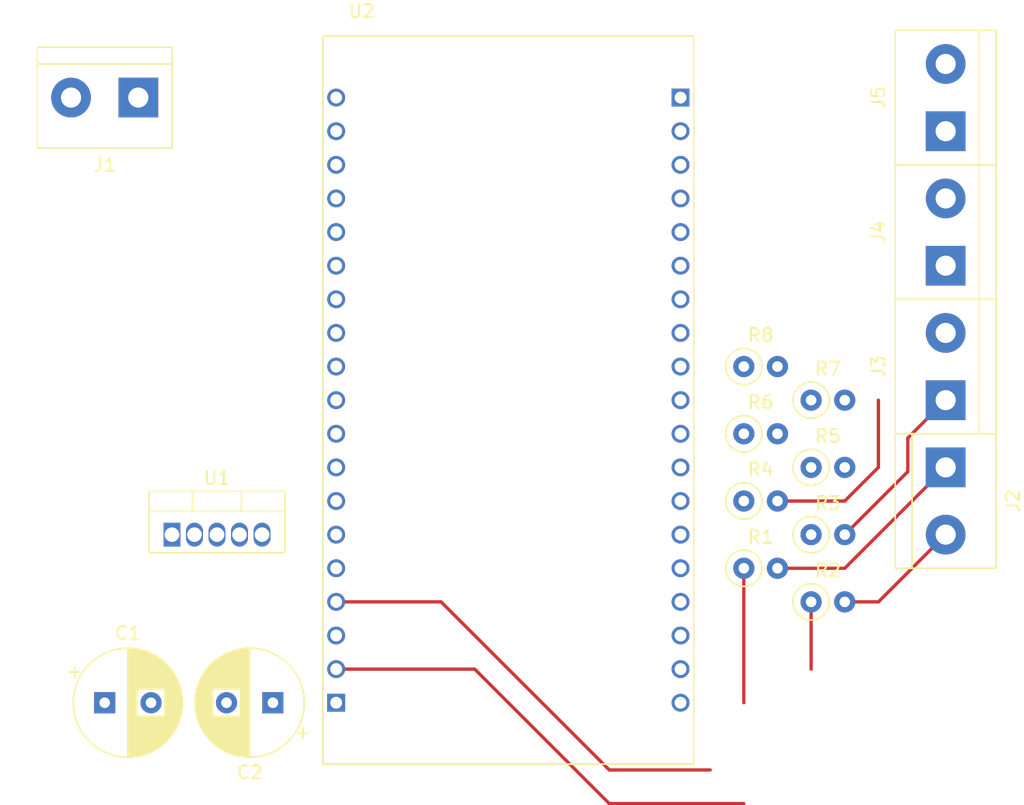
<source format=kicad_pcb>
(kicad_pcb (version 20211014) (generator pcbnew)
  (layers (0 "F.Cu" signal) (31 "B.Cu" signal) (34 "B.Paste" user) (35 "F.Paste" user) (36 "B.SilkS" user "B.Silkscreen") (37 "F.SilkS" user "F.Silkscreen") (38 "B.Mask" user) (39 "F.Mask" user) (44 "Edge.Cuts" user))
  (net 0 "")
  (net 1 "VSS")
  (net 2 "GND")
  (net 3 "VCC")
  (net 4 "Net-(J3-Pad1)")
  (net 5 "Net-(J3-Pad2)")
  (net 6 "Net-(J4-Pad1)")
  (net 7 "Net-(J4-Pad2)")
  (net 8 "Net-(J5-Pad1)")
  (net 9 "Net-(J5-Pad2)")
  (net 10 "Net-(R5-Pad1)")
  (net 11 "Net-(R6-Pad1)")
  (net 12 "Net-(R7-Pad1)")
  (net 13 "Net-(R8-Pad1)")
  (net 38 "Net-(U2-PadJ4_14)")
  (net 39 "Net-(J2-Pad2)")
  (net 40 "Net-(U2-PadJ5_4)")
  (net 41 "Net-(U2-PadJ5_2)")
  (net 43 "Net-(U2-PadJ4_13)")
  (net 46 "Net-(J2-Pad1)")
  (footprint "Capacitor_THT:CP_Radial_D8.0mm_P3.50mm" (layer "F.Cu") (at 172.72 114.3)
    (fp_text reference "C1" (at 1.75 -5.25) (layer "F.SilkS"))
    (fp_text value "100uF")
    (fp_line (start 3.671 1.04) (end 3.671 3.606) (layer "F.SilkS") (width 0.12))
    (fp_line (start 3.071 -3.863) (end 3.071 -1.04) (layer "F.SilkS") (width 0.12))
    (fp_line (start 2.591 1.04) (end 2.591 3.994) (layer "F.SilkS") (width 0.12))
    (fp_line (start 5.111 -2.345) (end 5.111 2.345) (layer "F.SilkS") (width 0.12))
    (fp_line (start 3.551 -3.666) (end 3.551 -1.04) (layer "F.SilkS") (width 0.12))
    (fp_line (start 1.83 -4.08) (end 1.83 4.08) (layer "F.SilkS") (width 0.12))
    (fp_line (start 5.831 -0.533) (end 5.831 0.533) (layer "F.SilkS") (width 0.12))
    (fp_line (start 3.151 1.04) (end 3.151 3.835) (layer "F.SilkS") (width 0.12))
    (fp_line (start 3.191 -3.821) (end 3.191 -1.04) (layer "F.SilkS") (width 0.12))
    (fp_line (start 5.431 -1.813) (end 5.431 1.813) (layer "F.SilkS") (width 0.12))
    (fp_line (start 4.311 1.04) (end 4.311 3.189) (layer "F.SilkS") (width 0.12))
    (fp_line (start 4.511 1.04) (end 4.511 3.019) (layer "F.SilkS") (width 0.12))
    (fp_line (start 3.431 1.04) (end 3.431 3.722) (layer "F.SilkS") (width 0.12))
    (fp_line (start 3.751 -3.562) (end 3.751 -1.04) (layer "F.SilkS") (width 0.12))
    (fp_line (start 5.791 -0.768) (end 5.791 0.768) (layer "F.SilkS") (width 0.12))
    (fp_line (start 4.991 -2.505) (end 4.991 2.505) (layer "F.SilkS") (width 0.12))
    (fp_line (start 4.671 -2.867) (end 4.671 2.867) (layer "F.SilkS") (width 0.12))
    (fp_line (start 4.431 1.04) (end 4.431 3.09) (layer "F.SilkS") (width 0.12))
    (fp_line (start 2.951 1.04) (end 2.951 3.902) (layer "F.SilkS") (width 0.12))
    (fp_line (start 2.911 1.04) (end 2.911 3.914) (layer "F.SilkS") (width 0.12))
    (fp_line (start 5.271 -2.102) (end 5.271 2.102) (layer "F.SilkS") (width 0.12))
    (fp_line (start 2.751 -3.957) (end 2.751 -1.04) (layer "F.SilkS") (width 0.12))
    (fp_line (start 2.791 1.04) (end 2.791 3.947) (layer "F.SilkS") (width 0.12))
    (fp_line (start 2.671 1.04) (end 2.671 3.976) (layer "F.SilkS") (width 0.12))
    (fp_line (start 2.31 -4.042) (end 2.31 4.042) (layer "F.SilkS") (width 0.12))
    (fp_line (start 4.351 -3.156) (end 4.351 -1.04) (layer "F.SilkS") (width 0.12))
    (fp_line (start 5.351 -1.964) (end 5.351 1.964) (layer "F.SilkS") (width 0.12))
    (fp_line (start 4.431 -3.09) (end 4.431 -1.04) (layer "F.SilkS") (width 0.12))
    (fp_line (start 3.271 -3.79) (end 3.271 -1.04) (layer "F.SilkS") (width 0.12))
    (fp_line (start 2.511 -4.01) (end 2.511 -1.04) (layer "F.SilkS") (width 0.12))
    (fp_line (start 2.871 1.04) (end 2.871 3.925) (layer "F.SilkS") (width 0.12))
    (fp_line (start 3.031 -3.877) (end 3.031 -1.04) (layer "F.SilkS") (width 0.12))
    (fp_line (start 4.911 -2.604) (end 4.911 2.604) (layer "F.SilkS") (width 0.12))
    (fp_line (start 3.631 -3.627) (end 3.631 -1.04) (layer "F.SilkS") (width 0.12))
    (fp_line (start 3.391 1.04) (end 3.391 3.74) (layer "F.SilkS") (width 0.12))
    (fp_line (start 2.27 -4.048) (end 2.27 4.048) (layer "F.SilkS") (width 0.12))
    (fp_line (start 3.711 1.04) (end 3.711 3.584) (layer "F.SilkS") (width 0.12))
    (fp_line (start 3.831 -3.517) (end 3.831 -1.04) (layer "F.SilkS") (width 0.12))
    (fp_line (start 4.191 1.04) (end 4.191 3.28) (layer "F.SilkS") (width 0.12))
    (fp_line (start 4.951 -2.556) (end 4.951 2.556) (layer "F.SilkS") (width 0.12))
    (fp_line (start 2.39 -4.03) (end 2.39 4.03) (layer "F.SilkS") (width 0.12))
    (fp_line (start 3.951 -3.444) (end 3.951 -1.04) (layer "F.SilkS") (width 0.12))
    (fp_line (start 3.311 1.04) (end 3.311 3.774) (layer "F.SilkS") (width 0.12))
    (fp_line (start 4.271 1.04) (end 4.271 3.22) (layer "F.SilkS") (width 0.12))
    (fp_line (start 2.03 -4.071) (end 2.03 4.071) (layer "F.SilkS") (width 0.12))
    (fp_line (start 4.591 -2.945) (end 4.591 2.945) (layer "F.SilkS") (width 0.12))
    (fp_line (start 4.871 -2.651) (end 4.871 2.651) (layer "F.SilkS") (width 0.12))
    (fp_line (start 5.031 -2.454) (end 5.031 2.454) (layer "F.SilkS") (width 0.12))
    (fp_line (start 3.231 -3.805) (end 3.231 -1.04) (layer "F.SilkS") (width 0.12))
    (fp_line (start 4.391 -3.124) (end 4.391 -1.04) (layer "F.SilkS") (width 0.12))
    (fp_line (start 2.791 -3.947) (end 2.791 -1.04) (layer "F.SilkS") (width 0.12))
    (fp_line (start 2.671 -3.976) (end 2.671 -1.04) (layer "F.SilkS") (width 0.12))
    (fp_line (start 4.511 -3.019) (end 4.511 -1.04) (layer "F.SilkS") (width 0.12))
    (fp_line (start 4.151 1.04) (end 4.151 3.309) (layer "F.SilkS") (width 0.12))
    (fp_line (start 2.471 -4.017) (end 2.471 -1.04) (layer "F.SilkS") (width 0.12))
    (fp_line (start 3.591 -3.647) (end 3.591 -1.04) (layer "F.SilkS") (width 0.12))
    (fp_line (start 3.711 -3.584) (end 3.711 -1.04) (layer "F.SilkS") (width 0.12))
    (fp_line (start 4.471 -3.055) (end 4.471 -1.04) (layer "F.SilkS") (width 0.12))
    (fp_line (start 3.791 1.04) (end 3.791 3.54) (layer "F.SilkS") (width 0.12))
    (fp_line (start 1.91 -4.077) (end 1.91 4.077) (layer "F.SilkS") (width 0.12))
    (fp_line (start 2.951 -3.902) (end 2.951 -1.04) (layer "F.SilkS") (width 0.12))
    (fp_line (start 2.551 1.04) (end 2.551 4.002) (layer "F.SilkS") (width 0.12))
    (fp_line (start 3.351 -3.757) (end 3.351 -1.04) (layer "F.SilkS") (width 0.12))
    (fp_line (start 2.35 -4.037) (end 2.35 4.037) (layer "F.SilkS") (width 0.12))
    (fp_line (start 5.071 -2.4) (end 5.071 2.4) (layer "F.SilkS") (width 0.12))
    (fp_line (start 3.351 1.04) (end 3.351 3.757) (layer "F.SilkS") (width 0.12))
    (fp_line (start 4.071 -3.365) (end 4.071 -1.04) (layer "F.SilkS") (width 0.12))
    (fp_line (start 3.511 -3.686) (end 3.511 -1.04) (layer "F.SilkS") (width 0.12))
    (fp_line (start 4.711 -2.826) (end 4.711 2.826) (layer "F.SilkS") (width 0.12))
    (fp_line (start 2.991 1.04) (end 2.991 3.889) (layer "F.SilkS") (width 0.12))
    (fp_line (start 4.551 -2.983) (end 4.551 2.983) (layer "F.SilkS") (width 0.12))
    (fp_line (start 3.911 1.04) (end 3.911 3.469) (layer "F.SilkS") (width 0.12))
    (fp_line (start 5.711 -1.098) (end 5.711 1.098) (layer "F.SilkS") (width 0.12))
    (fp_line (start 5.551 -1.552) (end 5.551 1.552) (layer "F.SilkS") (width 0.12))
    (fp_line (start 3.111 -3.85) (end 3.111 -1.04) (layer "F.SilkS") (width 0.12))
    (fp_line (start 3.271 1.04) (end 3.271 3.79) (layer "F.SilkS") (width 0.12))
    (fp_line (start 5.511 -1.645) (end 5.511 1.645) (layer "F.SilkS") (width 0.12))
    (fp_line (start 3.911 -3.469) (end 3.911 -1.04) (layer "F.SilkS") (width 0.12))
    (fp_line (start 5.311 -2.034) (end 5.311 2.034) (layer "F.SilkS") (width 0.12))
    (fp_line (start 3.151 -3.835) (end 3.151 -1.04) (layer "F.SilkS") (width 0.12))
    (fp_line (start 3.871 -3.493) (end 3.871 -1.04) (layer "F.SilkS") (width 0.12))
    (fp_line (start 3.591 1.04) (end 3.591 3.647) (layer "F.SilkS") (width 0.12))
    (fp_line (start 4.151 -3.309) (end 4.151 -1.04) (layer "F.SilkS") (width 0.12))
    (fp_line (start 4.791 -2.741) (end 4.791 2.741) (layer "F.SilkS") (width 0.12))
    (fp_line (start 3.391 -3.74) (end 3.391 -1.04) (layer "F.SilkS") (width 0.12))
    (fp_line (start 2.871 -3.925) (end 2.871 -1.04) (layer "F.SilkS") (width 0.12))
    (fp_line (start 5.471 -1.731) (end 5.471 1.731) (layer "F.SilkS") (width 0.12))
    (fp_line (start 2.631 -3.985) (end 2.631 -1.04) (layer "F.SilkS") (width 0.12))
    (fp_line (start 3.511 1.04) (end 3.511 3.686) (layer "F.SilkS") (width 0.12))
    (fp_line (start 3.871 1.04) (end 3.871 3.493) (layer "F.SilkS") (width 0.12))
    (fp_line (start 2.19 -4.057) (end 2.19 4.057) (layer "F.SilkS") (width 0.12))
    (fp_line (start 3.991 -3.418) (end 3.991 -1.04) (layer "F.SilkS") (width 0.12))
    (fp_line (start 5.391 -1.89) (end 5.391 1.89) (layer "F.SilkS") (width 0.12))
    (fp_line (start -2.259698 -2.715) (end -2.259698 -1.915) (layer "F.SilkS") (width 0.12))
    (fp_line (start 4.111 1.04) (end 4.111 3.338) (layer "F.SilkS") (width 0.12))
    (fp_line (start 2.631 1.04) (end 2.631 3.985) (layer "F.SilkS") (width 0.12))
    (fp_line (start 5.671 -1.229) (end 5.671 1.229) (layer "F.SilkS") (width 0.12))
    (fp_line (start 2.07 -4.068) (end 2.07 4.068) (layer "F.SilkS") (width 0.12))
    (fp_line (start 3.991 1.04) (end 3.991 3.418) (layer "F.SilkS") (width 0.12))
    (fp_line (start 3.671 -3.606) (end 3.671 -1.04) (layer "F.SilkS") (width 0.12))
    (fp_line (start 4.311 -3.189) (end 4.311 -1.04) (layer "F.SilkS") (width 0.12))
    (fp_line (start 5.631 -1.346) (end 5.631 1.346) (layer "F.SilkS") (width 0.12))
    (fp_line (start 4.111 -3.338) (end 4.111 -1.04) (layer "F.SilkS") (width 0.12))
    (fp_line (start 2.15 -4.061) (end 2.15 4.061) (layer "F.SilkS") (width 0.12))
    (fp_line (start 3.751 1.04) (end 3.751 3.562) (layer "F.SilkS") (width 0.12))
    (fp_line (start 1.79 -4.08) (end 1.79 4.08) (layer "F.SilkS") (width 0.12))
    (fp_line (start 2.911 -3.914) (end 2.911 -1.04) (layer "F.SilkS") (width 0.12))
    (fp_line (start 4.191 -3.28) (end 4.191 -1.04) (layer "F.SilkS") (width 0.12))
    (fp_line (start 3.831 1.04) (end 3.831 3.517) (layer "F.SilkS") (width 0.12))
    (fp_line (start 2.11 -4.065) (end 2.11 4.065) (layer "F.SilkS") (width 0.12))
    (fp_line (start 3.631 1.04) (end 3.631 3.627) (layer "F.SilkS") (width 0.12))
    (fp_line (start 2.711 -3.967) (end 2.711 -1.04) (layer "F.SilkS") (width 0.12))
    (fp_line (start 4.751 -2.784) (end 4.751 2.784) (layer "F.SilkS") (width 0.12))
    (fp_line (start 3.231 1.04) (end 3.231 3.805) (layer "F.SilkS") (width 0.12))
    (fp_line (start 1.75 -4.08) (end 1.75 4.08) (layer "F.SilkS") (width 0.12))
    (fp_line (start 5.231 -2.166) (end 5.231 2.166) (layer "F.SilkS") (width 0.12))
    (fp_line (start 4.231 1.04) (end 4.231 3.25) (layer "F.SilkS") (width 0.12))
    (fp_line (start 3.471 1.04) (end 3.471 3.704) (layer "F.SilkS") (width 0.12))
    (fp_line (start 3.311 -3.774) (end 3.311 -1.04) (layer "F.SilkS") (width 0.12))
    (fp_line (start 1.99 -4.074) (end 1.99 4.074) (layer "F.SilkS") (width 0.12))
    (fp_line (start 4.231 -3.25) (end 4.231 -1.04) (layer "F.SilkS") (width 0.12))
    (fp_line (start 5.191 -2.228) (end 5.191 2.228) (layer "F.SilkS") (width 0.12))
    (fp_line (start 2.831 -3.936) (end 2.831 -1.04) (layer "F.SilkS") (width 0.12))
    (fp_line (start 3.111 1.04) (end 3.111 3.85) (layer "F.SilkS") (width 0.12))
    (fp_line (start 3.551 1.04) (end 3.551 3.666) (layer "F.SilkS") (width 0.12))
    (fp_line (start 5.151 -2.287) (end 5.151 2.287) (layer "F.SilkS") (width 0.12))
    (fp_line (start 2.711 1.04) (end 2.711 3.967) (layer "F.SilkS") (width 0.12))
    (fp_line (start 3.951 1.04) (end 3.951 3.444) (layer "F.SilkS") (width 0.12))
    (fp_line (start 3.071 1.04) (end 3.071 3.863) (layer "F.SilkS") (width 0.12))
    (fp_line (start 1.95 -4.076) (end 1.95 4.076) (layer "F.SilkS") (width 0.12))
    (fp_line (start 5.751 -0.948) (end 5.751 0.948) (layer "F.SilkS") (width 0.12))
    (fp_line (start -2.659698 -2.315) (end -1.859698 -2.315) (layer "F.SilkS") (width 0.12))
    (fp_line (start 3.471 -3.704) (end 3.471 -1.04) (layer "F.SilkS") (width 0.12))
    (fp_line (start 4.831 -2.697) (end 4.831 2.697) (layer "F.SilkS") (width 0.12))
    (fp_line (start 2.591 -3.994) (end 2.591 -1.04) (layer "F.SilkS") (width 0.12))
    (fp_line (start 2.551 -4.002) (end 2.551 -1.04) (layer "F.SilkS") (width 0.12))
    (fp_line (start 4.271 -3.22) (end 4.271 -1.04) (layer "F.SilkS") (width 0.12))
    (fp_line (start 4.471 1.04) (end 4.471 3.055) (layer "F.SilkS") (width 0.12))
    (fp_line (start 5.591 -1.453) (end 5.591 1.453) (layer "F.SilkS") (width 0.12))
    (fp_line (start 4.071 1.04) (end 4.071 3.365) (layer "F.SilkS") (width 0.12))
    (fp_line (start 4.031 -3.392) (end 4.031 -1.04) (layer "F.SilkS") (width 0.12))
    (fp_line (start 4.351 1.04) (end 4.351 3.156) (layer "F.SilkS") (width 0.12))
    (fp_line (start 4.391 1.04) (end 4.391 3.124) (layer "F.SilkS") (width 0.12))
    (fp_line (start 2.831 1.04) (end 2.831 3.936) (layer "F.SilkS") (width 0.12))
    (fp_line (start 3.191 1.04) (end 3.191 3.821) (layer "F.SilkS") (width 0.12))
    (fp_line (start 3.791 -3.54) (end 3.791 -1.04) (layer "F.SilkS") (width 0.12))
    (fp_line (start 3.031 1.04) (end 3.031 3.877) (layer "F.SilkS") (width 0.12))
    (fp_line (start 2.511 1.04) (end 2.511 4.01) (layer "F.SilkS") (width 0.12))
    (fp_line (start 2.471 1.04) (end 2.471 4.017) (layer "F.SilkS") (width 0.12))
    (fp_line (start 2.751 1.04) (end 2.751 3.957) (layer "F.SilkS") (width 0.12))
    (fp_line (start 4.031 1.04) (end 4.031 3.392) (layer "F.SilkS") (width 0.12))
    (fp_line (start 2.23 -4.052) (end 2.23 4.052) (layer "F.SilkS") (width 0.12))
    (fp_line (start 3.431 -3.722) (end 3.431 -1.04) (layer "F.SilkS") (width 0.12))
    (fp_line (start 2.991 -3.889) (end 2.991 -1.04) (layer "F.SilkS") (width 0.12))
    (fp_line (start 1.87 -4.079) (end 1.87 4.079) (layer "F.SilkS") (width 0.12))
    (fp_line (start 2.43 -4.024) (end 2.43 4.024) (layer "F.SilkS") (width 0.12))
    (fp_line (start 4.631 -2.907) (end 4.631 2.907) (layer "F.SilkS") (width 0.12))
    (fp_circle (center 1.75 0) (end 5.87 0) (layer "F.SilkS") (width 0.12) (fill none))
    (pad "1" thru_hole rect (at 0 0) (size 1.6 1.6) (drill 0.8) (layers *.Cu *.Mask) (net 1 "VSS"))
    (pad "2" thru_hole circle (at 3.5 0) (size 1.6 1.6) (drill 0.8) (layers *.Cu *.Mask) (net 2 "GND"))
  )
  (footprint "Resistor_THT:R_Axial_DIN0207_L6.3mm_D2.5mm_P2.54mm_Vertical" (layer "F.Cu") (at 226.06 96.52)
    (fp_text reference "R5" (at 1.27 -2.37) (layer "F.SilkS"))
    (fp_text value "270")
    (fp_line (start 1.37 0) (end 1.44 0) (layer "F.SilkS") (width 0.12))
    (fp_circle (center 0 0) (end 1.37 0) (layer "F.SilkS") (width 0.12) (fill none))
    (pad "1" thru_hole circle (at 0 0) (size 1.6 1.6) (drill 0.8) (layers *.Cu *.Mask) (net 10 "Net-(R5-Pad1)"))
    (pad "2" thru_hole oval (at 2.54 0) (size 1.6 1.6) (drill 0.8) (layers *.Cu *.Mask) (net 6 "Net-(J4-Pad1)"))
  )
  (footprint "Resistor_THT:R_Axial_DIN0207_L6.3mm_D2.5mm_P2.54mm_Vertical" (layer "F.Cu") (at 220.98 88.9)
    (fp_text reference "R8" (at 1.27 -2.37) (layer "F.SilkS"))
    (fp_text value "270")
    (fp_line (start 1.37 0) (end 1.44 0) (layer "F.SilkS") (width 0.12))
    (fp_circle (center 0 0) (end 1.37 0) (layer "F.SilkS") (width 0.12) (fill none))
    (pad "1" thru_hole circle (at 0 0) (size 1.6 1.6) (drill 0.8) (layers *.Cu *.Mask) (net 13 "Net-(R8-Pad1)"))
    (pad "2" thru_hole oval (at 2.54 0) (size 1.6 1.6) (drill 0.8) (layers *.Cu *.Mask) (net 9 "Net-(J5-Pad2)"))
  )
  (footprint "TerminalBlock:TerminalBlock_bornier-2_P5.08mm" (layer "F.Cu") (at 236.22 91.44 90)
    (fp_text reference "J3" (at 2.54 -5.08 90) (layer "F.SilkS"))
    (fp_text value "ST-01")
    (fp_line (start 7.62 -3.81) (end -2.54 -3.81) (layer "F.SilkS") (width 0.12))
    (fp_line (start 7.62 2.54) (end -2.54 2.54) (layer "F.SilkS") (width 0.12))
    (fp_line (start -2.54 3.81) (end 7.62 3.81) (layer "F.SilkS") (width 0.12))
    (fp_line (start 7.62 3.81) (end 7.62 -3.81) (layer "F.SilkS") (width 0.12))
    (fp_line (start -2.54 -3.81) (end -2.54 3.81) (layer "F.SilkS") (width 0.12))
    (pad "1" thru_hole rect (at 0 0 90) (size 3 3) (drill 1.52) (layers *.Cu *.Mask) (net 4 "Net-(J3-Pad1)"))
    (pad "2" thru_hole circle (at 5.08 0 90) (size 3 3) (drill 1.52) (layers *.Cu *.Mask) (net 5 "Net-(J3-Pad2)"))
  )
  (footprint "TerminalBlock:TerminalBlock_bornier-2_P5.08mm" (layer "F.Cu") (at 236.22 71.12 90)
    (fp_text reference "J5" (at 2.54 -5.08 90) (layer "F.SilkS"))
    (fp_text value "ST-03")
    (fp_line (start -2.54 3.81) (end 7.62 3.81) (layer "F.SilkS") (width 0.12))
    (fp_line (start 7.62 3.81) (end 7.62 -3.81) (layer "F.SilkS") (width 0.12))
    (fp_line (start -2.54 -3.81) (end -2.54 3.81) (layer "F.SilkS") (width 0.12))
    (fp_line (start 7.62 -3.81) (end -2.54 -3.81) (layer "F.SilkS") (width 0.12))
    (fp_line (start 7.62 2.54) (end -2.54 2.54) (layer "F.SilkS") (width 0.12))
    (pad "1" thru_hole rect (at 0 0 90) (size 3 3) (drill 1.52) (layers *.Cu *.Mask) (net 8 "Net-(J5-Pad1)"))
    (pad "2" thru_hole circle (at 5.08 0 90) (size 3 3) (drill 1.52) (layers *.Cu *.Mask) (net 9 "Net-(J5-Pad2)"))
  )
  (footprint "Package_TO_SOT_THT:TO-220-5_Vertical" (layer "F.Cu") (at 177.8 101.6)
    (fp_text reference "U1" (at 3.4 -4.27) (layer "F.SilkS"))
    (fp_text value "LM2576HVT-5")
    (fp_line (start 1.55 -3.27) (end 1.55 -1.76) (layer "F.SilkS") (width 0.12))
    (fp_line (start -1.721 1.371) (end 8.52 1.371) (layer "F.SilkS") (width 0.12))
    (fp_line (start 5.25 -3.27) (end 5.25 -1.76) (layer "F.SilkS") (width 0.12))
    (fp_line (start -1.721 -1.76) (end 8.52 -1.76) (layer "F.SilkS") (width 0.12))
    (fp_line (start -1.721 -3.27) (end -1.721 1.371) (layer "F.SilkS") (width 0.12))
    (fp_line (start 8.52 -3.27) (end 8.52 1.371) (layer "F.SilkS") (width 0.12))
    (fp_line (start -1.721 -3.27) (end 8.52 -3.27) (layer "F.SilkS") (width 0.12))
    (pad "1" thru_hole rect (at 0 0) (size 1.275 1.8) (drill 1.1) (layers *.Cu *.Mask) (net 1 "VSS"))
    (pad "2" thru_hole oval (at 1.7 0) (size 1.275 1.8) (drill 1.1) (layers *.Cu *.Mask) (net 3 "VCC"))
    (pad "3" thru_hole oval (at 3.4 0) (size 1.275 1.8) (drill 1.1) (layers *.Cu *.Mask) (net 2 "GND"))
    (pad "4" thru_hole oval (at 5.1 0) (size 1.275 1.8) (drill 1.1) (layers *.Cu *.Mask))
    (pad "5" thru_hole oval (at 6.8 0) (size 1.275 1.8) (drill 1.1) (layers *.Cu *.Mask) (net 2 "GND"))
  )
  (footprint "TerminalBlock:TerminalBlock_bornier-2_P5.08mm" (layer "F.Cu") (at 236.22 96.52 -90)
    (fp_text reference "J2" (at 2.54 -5.08 -90) (layer "F.SilkS"))
    (fp_text value "ST-00")
    (fp_line (start -2.54 -3.81) (end -2.54 3.81) (layer "F.SilkS") (width 0.12))
    (fp_line (start 7.62 -3.81) (end -2.54 -3.81) (layer "F.SilkS") (width 0.12))
    (fp_line (start 7.62 3.81) (end 7.62 -3.81) (layer "F.SilkS") (width 0.12))
    (fp_line (start -2.54 3.81) (end 7.62 3.81) (layer "F.SilkS") (width 0.12))
    (fp_line (start 7.62 2.54) (end -2.54 2.54) (layer "F.SilkS") (width 0.12))
    (pad "1" thru_hole rect (at 0 0 270) (size 3 3) (drill 1.52) (layers *.Cu *.Mask) (net 46 "Net-(J2-Pad1)"))
    (pad "2" thru_hole circle (at 5.08 0 270) (size 3 3) (drill 1.52) (layers *.Cu *.Mask) (net 39 "Net-(J2-Pad2)"))
  )
  (footprint "Resistor_THT:R_Axial_DIN0207_L6.3mm_D2.5mm_P2.54mm_Vertical" (layer "F.Cu") (at 220.98 99.06)
    (fp_text reference "R4" (at 1.27 -2.37) (layer "F.SilkS"))
    (fp_text value "270")
    (fp_line (start 1.37 0) (end 1.44 0) (layer "F.SilkS") (width 0.12))
    (fp_circle (center 0 0) (end 1.37 0) (layer "F.SilkS") (width 0.12) (fill none))
    (pad "1" thru_hole circle (at 0 0) (size 1.6 1.6) (drill 0.8) (layers *.Cu *.Mask) (net 43 "Net-(U2-PadJ4_13)"))
    (pad "2" thru_hole oval (at 2.54 0) (size 1.6 1.6) (drill 0.8) (layers *.Cu *.Mask) (net 5 "Net-(J3-Pad2)"))
  )
  (footprint "Resistor_THT:R_Axial_DIN0207_L6.3mm_D2.5mm_P2.54mm_Vertical" (layer "F.Cu") (at 226.06 101.6)
    (fp_text reference "R3" (at 1.27 -2.37) (layer "F.SilkS"))
    (fp_text value "270")
    (fp_line (start 1.37 0) (end 1.44 0) (layer "F.SilkS") (width 0.12))
    (fp_circle (center 0 0) (end 1.37 0) (layer "F.SilkS") (width 0.12) (fill none))
    (pad "1" thru_hole circle (at 0 0) (size 1.6 1.6) (drill 0.8) (layers *.Cu *.Mask) (net 38 "Net-(U2-PadJ4_14)"))
    (pad "2" thru_hole oval (at 2.54 0) (size 1.6 1.6) (drill 0.8) (layers *.Cu *.Mask) (net 4 "Net-(J3-Pad1)"))
  )
  (footprint "Esp32NodeMCU:MODULE_ESP32_NODEMCU" (layer "F.Cu") (at 203.2 91.44)
    (fp_text reference "U2" (at -11.075 -29.385) (layer "F.SilkS"))
    (fp_text value "ESP32_NODEMCU")
    (fp_line (start -14 -27.5) (end 14 -27.5) (layer "F.SilkS") (width 0.127))
    (fp_line (start -14 27.5) (end 14 27.5) (layer "F.SilkS") (width 0.127))
    (fp_line (start 14 -27.5) (end 14 27.5) (layer "F.SilkS") (width 0.127))
    (fp_line (start -14 -27.5) (end -14 27.5) (layer "F.SilkS") (width 0.127))
    (pad "" np_thru_hole circle locked (at -12.5 -26) (size 2.25 2.25) (drill 2.25) (layers *.Cu *.Mask))
    (pad "" np_thru_hole circle locked (at -12.5 26) (size 2.25 2.25) (drill 2.25) (layers *.Cu *.Mask))
    (pad "" np_thru_hole circle locked (at 12.5 -26) (size 2.25 2.25) (drill 2.25) (layers *.Cu *.Mask))
    (pad "" np_thru_hole circle locked (at 12.5 26) (size 2.25 2.25) (drill 2.25) (layers *.Cu *.Mask))
    (pad "J4_1" thru_hole rect locked (at 13 -22.86) (size 1.35 1.35) (drill 0.9) (layers *.Cu *.Mask) (net 2 "GND"))
    (pad "J4_2" thru_hole circle locked (at 13 -20.32) (size 1.35 1.35) (drill 0.9) (layers *.Cu *.Mask))
    (pad "J4_3" thru_hole circle locked (at 13 -17.78) (size 1.35 1.35) (drill 0.9) (layers *.Cu *.Mask))
    (pad "J4_4" thru_hole circle locked (at 13 -15.24) (size 1.35 1.35) (drill 0.9) (layers *.Cu *.Mask))
    (pad "J4_5" thru_hole circle locked (at 13 -12.7) (size 1.35 1.35) (drill 0.9) (layers *.Cu *.Mask))
    (pad "J4_6" thru_hole circle locked (at 13 -10.16) (size 1.35 1.35) (drill 0.9) (layers *.Cu *.Mask))
    (pad "J4_7" thru_hole circle locked (at 13 -7.62) (size 1.35 1.35) (drill 0.9) (layers *.Cu *.Mask) (net 2 "GND"))
    (pad "J4_8" thru_hole circle locked (at 13 -5.08) (size 1.35 1.35) (drill 0.9) (layers *.Cu *.Mask) (net 13 "Net-(R8-Pad1)"))
    (pad "J4_9" thru_hole circle locked (at 13 -2.54) (size 1.35 1.35) (drill 0.9) (layers *.Cu *.Mask) (net 12 "Net-(R7-Pad1)"))
    (pad "J4_10" thru_hole circle locked (at 13 0) (size 1.35 1.35) (drill 0.9) (layers *.Cu *.Mask))
    (pad "J4_11" thru_hole circle locked (at 13 2.54) (size 1.35 1.35) (drill 0.9) (layers *.Cu *.Mask) (net 11 "Net-(R6-Pad1)"))
    (pad "J4_12" thru_hole circle locked (at 13 5.08) (size 1.35 1.35) (drill 0.9) (layers *.Cu *.Mask) (net 10 "Net-(R5-Pad1)"))
    (pad "J4_13" thru_hole circle locked (at 13 7.62) (size 1.35 1.35) (drill 0.9) (layers *.Cu *.Mask) (net 43 "Net-(U2-PadJ4_13)"))
    (pad "J4_14" thru_hole circle locked (at 13 10.16) (size 1.35 1.35) (drill 0.9) (layers *.Cu *.Mask) (net 38 "Net-(U2-PadJ4_14)"))
    (pad "J4_15" thru_hole circle locked (at 13 12.7) (size 1.35 1.35) (drill 0.9) (layers *.Cu *.Mask))
    (pad "J4_16" thru_hole circle locked (at 13 15.24) (size 1.35 1.35) (drill 0.9) (layers *.Cu *.Mask))
    (pad "J4_17" thru_hole circle locked (at 13 17.78) (size 1.35 1.35) (drill 0.9) (layers *.Cu *.Mask))
    (pad "J4_18" thru_hole circle locked (at 13 20.32) (size 1.35 1.35) (drill 0.9) (layers *.Cu *.Mask))
    (pad "J4_19" thru_hole circle locked (at 13 22.86) (size 1.35 1.35) (drill 0.9) (layers *.Cu *.Mask))
    (pad "J5_1" thru_hole rect locked (at -13 22.86) (size 1.35 1.35) (drill 0.9) (layers *.Cu *.Mask) (net 3 "VCC"))
    (pad "J5_2" thru_hole circle locked (at -13 20.32) (size 1.35 1.35) (drill 0.9) (layers *.Cu *.Mask) (net 41 "Net-(U2-PadJ5_2)"))
    (pad "J5_3" thru_hole circle locked (at -13 17.78) (size 1.35 1.35) (drill 0.9) (layers *.Cu *.Mask))
    (pad "J5_4" thru_hole circle locked (at -13 15.24) (size 1.35 1.35) (drill 0.9) (layers *.Cu *.Mask) (net 40 "Net-(U2-PadJ5_4)"))
    (pad "J5_5" thru_hole circle locked (at -13 12.7) (size 1.35 1.35) (drill 0.9) (layers *.Cu *.Mask))
    (pad "J5_6" thru_hole circle locked (at -13 10.16) (size 1.35 1.35) (drill 0.9) (layers *.Cu *.Mask) (net 2 "GND"))
    (pad "J5_7" thru_hole circle locked (at -13 7.62) (size 1.35 1.35) (drill 0.9) (layers *.Cu *.Mask))
    (pad "J5_8" thru_hole circle locked (at -13 5.08) (size 1.35 1.35) (drill 0.9) (layers *.Cu *.Mask))
    (pad "J5_9" thru_hole circle locked (at -13 2.54) (size 1.35 1.35) (drill 0.9) (layers *.Cu *.Mask))
    (pad "J5_10" thru_hole circle locked (at -13 0) (size 1.35 1.35) (drill 0.9) (layers *.Cu *.Mask))
    (pad "J5_11" thru_hole circle locked (at -13 -2.54) (size 1.35 1.35) (drill 0.9) (layers *.Cu *.Mask))
    (pad "J5_12" thru_hole circle locked (at -13 -5.08) (size 1.35 1.35) (drill 0.9) (layers *.Cu *.Mask))
    (pad "J5_13" thru_hole circle locked (at -13 -7.62) (size 1.35 1.35) (drill 0.9) (layers *.Cu *.Mask))
    (pad "J5_14" thru_hole circle locked (at -13 -10.16) (size 1.35 1.35) (drill 0.9) (layers *.Cu *.Mask))
    (pad "J5_15" thru_hole circle locked (at -13 -12.7) (size 1.35 1.35) (drill 0.9) (layers *.Cu *.Mask))
    (pad "J5_16" thru_hole circle locked (at -13 -15.24) (size 1.35 1.35) (drill 0.9) (layers *.Cu *.Mask))
    (pad "J5_17" thru_hole circle locked (at -13 -17.78) (size 1.35 1.35) (drill 0.9) (layers *.Cu *.Mask))
    (pad "J5_18" thru_hole circle locked (at -13 -20.32) (size 1.35 1.35) (drill 0.9) (layers *.Cu *.Mask))
    (pad "J5_19" thru_hole circle locked (at -13 -22.86) (size 1.35 1.35) (drill 0.9) (layers *.Cu *.Mask))
  )
  (footprint "Resistor_THT:R_Axial_DIN0207_L6.3mm_D2.5mm_P2.54mm_Vertical" (layer "F.Cu") (at 220.98 104.14)
    (fp_text reference "R1" (at 1.27 -2.37) (layer "F.SilkS"))
    (fp_text value "270")
    (fp_line (start 1.37 0) (end 1.44 0) (layer "F.SilkS") (width 0.12))
    (fp_circle (center 0 0) (end 1.37 0) (layer "F.SilkS") (width 0.12) (fill none))
    (pad "1" thru_hole circle (at 0 0) (size 1.6 1.6) (drill 0.8) (layers *.Cu *.Mask) (net 40 "Net-(U2-PadJ5_4)"))
    (pad "2" thru_hole oval (at 2.54 0) (size 1.6 1.6) (drill 0.8) (layers *.Cu *.Mask) (net 46 "Net-(J2-Pad1)"))
  )
  (footprint "Capacitor_THT:CP_Radial_D8.0mm_P3.50mm" (layer "F.Cu") (at 185.42 114.3 180)
    (fp_text reference "C2" (at 1.75 -5.25) (layer "F.SilkS"))
    (fp_text value "1000uF")
    (fp_line (start 2.03 -4.071) (end 2.03 4.071) (layer "F.SilkS") (width 0.12))
    (fp_line (start 3.551 1.04) (end 3.551 3.666) (layer "F.SilkS") (width 0.12))
    (fp_line (start 1.99 -4.074) (end 1.99 4.074) (layer "F.SilkS") (width 0.12))
    (fp_line (start 5.031 -2.454) (end 5.031 2.454) (layer "F.SilkS") (width 0.12))
    (fp_line (start 2.671 1.04) (end 2.671 3.976) (layer "F.SilkS") (width 0.12))
    (fp_line (start 4.351 1.04) (end 4.351 3.156) (layer "F.SilkS") (width 0.12))
    (fp_line (start 4.471 -3.055) (end 4.471 -1.04) (layer "F.SilkS") (width 0.12))
    (fp_line (start 3.191 1.04) (end 3.191 3.821) (layer "F.SilkS") (width 0.12))
    (fp_line (start 1.79 -4.08) (end 1.79 4.08) (layer "F.SilkS") (width 0.12))
    (fp_line (start 3.311 1.04) (end 3.311 3.774) (layer "F.SilkS") (width 0.12))
    (fp_line (start 5.351 -1.964) (end 5.351 1.964) (layer "F.SilkS") (width 0.12))
    (fp_line (start 2.791 -3.947) (end 2.791 -1.04) (layer "F.SilkS") (width 0.12))
    (fp_line (start 2.751 -3.957) (end 2.751 -1.04) (layer "F.SilkS") (width 0.12))
    (fp_line (start 3.551 -3.666) (end 3.551 -1.04) (layer "F.SilkS") (width 0.12))
    (fp_line (start 3.991 -3.418) (end 3.991 -1.04) (layer "F.SilkS") (width 0.12))
    (fp_line (start 3.911 1.04) (end 3.911 3.469) (layer "F.SilkS") (width 0.12))
    (fp_line (start 2.551 1.04) (end 2.551 4.002) (layer "F.SilkS") (width 0.12))
    (fp_line (start 4.471 1.04) (end 4.471 3.055) (layer "F.SilkS") (width 0.12))
    (fp_line (start 3.711 -3.584) (end 3.711 -1.04) (layer "F.SilkS") (width 0.12))
    (fp_line (start 5.151 -2.287) (end 5.151 2.287) (layer "F.SilkS") (width 0.12))
    (fp_line (start 3.511 1.04) (end 3.511 3.686) (layer "F.SilkS") (width 0.12))
    (fp_line (start 5.791 -0.768) (end 5.791 0.768) (layer "F.SilkS") (width 0.12))
    (fp_line (start 3.151 1.04) (end 3.151 3.835) (layer "F.SilkS") (width 0.12))
    (fp_line (start 1.83 -4.08) (end 1.83 4.08) (layer "F.SilkS") (width 0.12))
    (fp_line (start 5.311 -2.034) (end 5.311 2.034) (layer "F.SilkS") (width 0.12))
    (fp_line (start 4.271 -3.22) (end 4.271 -1.04) (layer "F.SilkS") (width 0.12))
    (fp_line (start 4.391 1.04) (end 4.391 3.124) (layer "F.SilkS") (width 0.12))
    (fp_line (start 3.151 -3.835) (end 3.151 -1.04) (layer "F.SilkS") (width 0.12))
    (fp_line (start 3.751 1.04) (end 3.751 3.562) (layer "F.SilkS") (width 0.12))
    (fp_line (start 2.871 -3.925) (end 2.871 -1.04) (layer "F.SilkS") (width 0.12))
    (fp_line (start 5.471 -1.731) (end 5.471 1.731) (layer "F.SilkS") (width 0.12))
    (fp_line (start 5.391 -1.89) (end 5.391 1.89) (layer "F.SilkS") (width 0.12))
    (fp_line (start 4.231 -3.25) (end 4.231 -1.04) (layer "F.SilkS") (width 0.12))
    (fp_line (start 2.631 -3.985) (end 2.631 -1.04) (layer "F.SilkS") (width 0.12))
    (fp_line (start 5.511 -1.645) (end 5.511 1.645) (layer "F.SilkS") (width 0.12))
    (fp_line (start 4.511 1.04) (end 4.511 3.019) (layer "F.SilkS") (width 0.12))
    (fp_line (start 2.15 -4.061) (end 2.15 4.061) (layer "F.SilkS") (width 0.12))
    (fp_line (start 2.791 1.04) (end 2.791 3.947) (layer "F.SilkS") (width 0.12))
    (fp_line (start 3.871 -3.493) (end 3.871 -1.04) (layer "F.SilkS") (width 0.12))
    (fp_line (start 4.311 1.04) (end 4.311 3.189) (layer "F.SilkS") (width 0.12))
    (fp_line (start 3.471 1.04) (end 3.471 3.704) (layer "F.SilkS") (width 0.12))
    (fp_line (start 3.591 -3.647) (end 3.591 -1.04) (layer "F.SilkS") (width 0.12))
    (fp_line (start 5.631 -1.346) (end 5.631 1.346) (layer "F.SilkS") (width 0.12))
    (fp_line (start 1.87 -4.079) (end 1.87 4.079) (layer "F.SilkS") (width 0.12))
    (fp_line (start 3.351 -3.757) (end 3.351 -1.04) (layer "F.SilkS") (width 0.12))
    (fp_line (start 5.751 -0.948) (end 5.751 0.948) (layer "F.SilkS") (width 0.12))
    (fp_line (start 3.911 -3.469) (end 3.911 -1.04) (layer "F.SilkS") (width 0.12))
    (fp_line (start 2.831 1.04) (end 2.831 3.936) (layer "F.SilkS") (width 0.12))
    (fp_line (start 5.271 -2.102) (end 5.271 2.102) (layer "F.SilkS") (width 0.12))
    (fp_line (start 3.231 -3.805) (end 3.231 -1.04) (layer "F.SilkS") (width 0.12))
    (fp_line (start 2.711 1.04) (end 2.711 3.967) (layer "F.SilkS") (width 0.12))
    (fp_line (start 3.831 1.04) (end 3.831 3.517) (layer "F.SilkS") (width 0.12))
    (fp_line (start 4.671 -2.867) (end 4.671 2.867) (layer "F.SilkS") (width 0.12))
    (fp_line (start 1.75 -4.08) (end 1.75 4.08) (layer "F.SilkS") (width 0.12))
    (fp_line (start 3.751 -3.562) (end 3.751 -1.04) (layer "F.SilkS") (width 0.12))
    (fp_line (start 3.791 1.04) (end 3.791 3.54) (layer "F.SilkS") (width 0.12))
    (fp_line (start 3.991 1.04) (end 3.991 3.418) (layer "F.SilkS") (width 0.12))
    (fp_line (start 4.031 -3.392) (end 4.031 -1.04) (layer "F.SilkS") (width 0.12))
    (fp_line (start 4.391 -3.124) (end 4.391 -1.04) (layer "F.SilkS") (width 0.12))
    (fp_line (start 2.831 -3.936) (end 2.831 -1.04) (layer "F.SilkS") (width 0.12))
    (fp_line (start 3.511 -3.686) (end 3.511 -1.04) (layer "F.SilkS") (width 0.12))
    (fp_line (start 5.431 -1.813) (end 5.431 1.813) (layer "F.SilkS") (width 0.12))
    (fp_line (start 4.151 -3.309) (end 4.151 -1.04) (layer "F.SilkS") (width 0.12))
    (fp_line (start 4.791 -2.741) (end 4.791 2.741) (layer "F.SilkS") (width 0.12))
    (fp_line (start 4.551 -2.983) (end 4.551 2.983) (layer "F.SilkS") (width 0.12))
    (fp_line (start 4.711 -2.826) (end 4.711 2.826) (layer "F.SilkS") (width 0.12))
    (fp_line (start 4.831 -2.697) (end 4.831 2.697) (layer "F.SilkS") (width 0.12))
    (fp_line (start 5.071 -2.4) (end 5.071 2.4) (layer "F.SilkS") (width 0.12))
    (fp_line (start 5.111 -2.345) (end 5.111 2.345) (layer "F.SilkS") (width 0.12))
    (fp_line (start 3.391 -3.74) (end 3.391 -1.04) (layer "F.SilkS") (width 0.12))
    (fp_line (start 3.711 1.04) (end 3.711 3.584) (layer "F.SilkS") (width 0.12))
    (fp_line (start 2.671 -3.976) (end 2.671 -1.04) (layer "F.SilkS") (width 0.12))
    (fp_line (start 5.671 -1.229) (end 5.671 1.229) (layer "F.SilkS") (width 0.12))
    (fp_line (start 2.951 -3.902) (end 2.951 -1.04) (layer "F.SilkS") (width 0.12))
    (fp_line (start 4.071 -3.365) (end 4.071 -1.04) (layer "F.SilkS") (width 0.12))
    (fp_line (start 3.951 -3.444) (end 3.951 -1.04) (layer "F.SilkS") (width 0.12))
    (fp_line (start 3.031 -3.877) (end 3.031 -1.04) (layer "F.SilkS") (width 0.12))
    (fp_line (start 4.431 1.04) (end 4.431 3.09) (layer "F.SilkS") (width 0.12))
    (fp_line (start 2.951 1.04) (end 2.951 3.902) (layer "F.SilkS") (width 0.12))
    (fp_line (start 3.351 1.04) (end 3.351 3.757) (layer "F.SilkS") (width 0.12))
    (fp_line (start 2.591 1.04) (end 2.591 3.994) (layer "F.SilkS") (width 0.12))
    (fp_line (start 2.511 1.04) (end 2.511 4.01) (layer "F.SilkS") (width 0.12))
    (fp_line (start 3.031 1.04) (end 3.031 3.877) (layer "F.SilkS") (width 0.12))
    (fp_line (start 4.271 1.04) (end 4.271 3.22) (layer "F.SilkS") (width 0.12))
    (fp_line (start 3.831 -3.517) (end 3.831 -1.04) (layer "F.SilkS") (width 0.12))
    (fp_line (start -2.259698 -2.715) (end -2.259698 -1.915) (layer "F.SilkS") (width 0.12))
    (fp_line (start 3.311 -3.774) (end 3.311 -1.04) (layer "F.SilkS") (width 0.12))
    (fp_line (start 2.991 1.04) (end 2.991 3.889) (layer "F.SilkS") (width 0.12))
    (fp_line (start 5.831 -0.533) (end 5.831 0.533) (layer "F.SilkS") (width 0.12))
    (fp_line (start 3.071 -3.863) (end 3.071 -1.04) (layer "F.SilkS") (width 0.12))
    (fp_line (start 2.31 -4.042) (end 2.31 4.042) (layer "F.SilkS") (width 0.12))
    (fp_line (start 1.91 -4.077) (end 1.91 4.077) (layer "F.SilkS") (width 0.12))
    (fp_line (start 2.11 -4.065) (end 2.11 4.065) (layer "F.SilkS") (width 0.12))
    (fp_line (start 4.951 -2.556) (end 4.951 2.556) (layer "F.SilkS") (width 0.12))
    (fp_line (start 4.511 -3.019) (end 4.511 -1.04) (layer "F.SilkS") (width 0.12))
    (fp_line (start 3.071 1.04) (end 3.071 3.863) (layer "F.SilkS") (width 0.12))
    (fp_line (start 3.271 1.04) (end 3.271 3.79) (layer "F.SilkS") (width 0.12))
    (fp_line (start 4.911 -2.604) (end 4.911 2.604) (layer "F.SilkS") (width 0.12))
    (fp_line (start 4.031 1.04) (end 4.031 3.392) (layer "F.SilkS") (width 0.12))
    (fp_line (start 2.471 1.04) (end 2.471 4.017) (layer "F.SilkS") (width 0.12))
    (fp_line (start 2.551 -4.002) (end 2.551 -1.04) (layer "F.SilkS") (width 0.12))
    (fp_line (start 5.591 -1.453) (end 5.591 1.453) (layer "F.SilkS") (width 0.12))
    (fp_line (start 3.471 -3.704) (end 3.471 -1.04) (layer "F.SilkS") (width 0.12))
    (fp_line (start 2.631 1.04) (end 2.631 3.985) (layer "F.SilkS") (width 0.12))
    (fp_line (start 3.951 1.04) (end 3.951 3.444) (layer "F.SilkS") (width 0.12))
    (fp_line (start 2.23 -4.052) (end 2.23 4.052) (layer "F.SilkS") (width 0.12))
    (fp_line (start 3.871 1.04) (end 3.871 3.493) (layer "F.SilkS") (width 0.12))
    (fp_line (start 4.991 -2.505) (end 4.991 2.505) (layer "F.SilkS") (width 0.12))
    (fp_line (start 2.471 -4.017) (end 2.471 -1.04) (layer "F.SilkS") (width 0.12))
    (fp_line (start 3.111 -3.85) (end 3.111 -1.04) (layer "F.SilkS") (width 0.12))
    (fp_line (start 2.511 -4.01) (end 2.511 -1.04) (layer "F.SilkS") (width 0.12))
    (fp_line (start 4.191 1.04) (end 4.191 3.28) (layer "F.SilkS") (width 0.12))
    (fp_line (start 4.231 1.04) (end 4.231 3.25) (layer "F.SilkS") (width 0.12))
    (fp_line (start 3.191 -3.821) (end 3.191 -1.04) (layer "F.SilkS") (width 0.12))
    (fp_line (start 4.191 -3.28) (end 4.191 -1.04) (layer "F.SilkS") (width 0.12))
    (fp_line (start 2.911 1.04) (end 2.911 3.914) (layer "F.SilkS") (width 0.12))
    (fp_line (start 5.711 -1.098) (end 5.711 1.098) (layer "F.SilkS") (width 0.12))
    (fp_line (start 4.151 1.04) (end 4.151 3.309) (layer "F.SilkS") (width 0.12))
    (fp_line (start 3.391 1.04) (end 3.391 3.74) (layer "F.SilkS") (width 0.12))
    (fp_line (start 2.711 -3.967) (end 2.711 -1.04) (layer "F.SilkS") (width 0.12))
    (fp_line (start 4.351 -3.156) (end 4.351 -1.04) (layer "F.SilkS") (width 0.12))
    (fp_line (start 4.631 -2.907) (end 4.631 2.907) (layer "F.SilkS") (width 0.12))
    (fp_line (start 2.35 -4.037) (end 2.35 4.037) (layer "F.SilkS") (width 0.12))
    (fp_line (start 3.631 1.04) (end 3.631 3.627) (layer "F.SilkS") (width 0.12))
    (fp_line (start 3.791 -3.54) (end 3.791 -1.04) (layer "F.SilkS") (width 0.12))
    (fp_line (start 1.95 -4.076) (end 1.95 4.076) (layer "F.SilkS") (width 0.12))
    (fp_line (start 5.551 -1.552) (end 5.551 1.552) (layer "F.SilkS") (width 0.12))
    (fp_line (start 2.871 1.04) (end 2.871 3.925) (layer "F.SilkS") (width 0.12))
    (fp_line (start 2.991 -3.889) (end 2.991 -1.04) (layer "F.SilkS") (width 0.12))
    (fp_line (start 2.911 -3.914) (end 2.911 -1.04) (layer "F.SilkS") (width 0.12))
    (fp_line (start 2.751 1.04) (end 2.751 3.957) (layer "F.SilkS") (width 0.12))
    (fp_line (start 4.111 -3.338) (end 4.111 -1.04) (layer "F.SilkS") (width 0.12))
    (fp_line (start 2.07 -4.068) (end 2.07 4.068) (layer "F.SilkS") (width 0.12))
    (fp_line (start 5.191 -2.228) (end 5.191 2.228) (layer "F.SilkS") (width 0.12))
    (fp_line (start 4.751 -2.784) (end 4.751 2.784) (layer "F.SilkS") (width 0.12))
    (fp_line (start 3.431 1.04) (end 3.431 3.722) (layer "F.SilkS") (width 0.12))
    (fp_line (start 4.431 -3.09) (end 4.431 -1.04) (layer "F.SilkS") (width 0.12))
    (fp_line (start 4.311 -3.189) (end 4.311 -1.04) (layer "F.SilkS") (width 0.12))
    (fp_line (start 3.671 -3.606) (end 3.671 -1.04) (layer "F.SilkS") (width 0.12))
    (fp_line (start 4.111 1.04) (end 4.111 3.338) (layer "F.SilkS") (width 0.12))
    (fp_line (start 3.271 -3.79) (end 3.271 -1.04) (layer "F.SilkS") (width 0.12))
    (fp_line (start 3.631 -3.627) (end 3.631 -1.04) (layer "F.SilkS") (width 0.12))
    (fp_line (start 4.591 -2.945) (end 4.591 2.945) (layer "F.SilkS") (width 0.12))
    (fp_line (start 4.071 1.04) (end 4.071 3.365) (layer "F.SilkS") (width 0.12))
    (fp_line (start 3.111 1.04) (end 3.111 3.85) (layer "F.SilkS") (width 0.12))
    (fp_line (start 2.19 -4.057) (end 2.19 4.057) (layer "F.SilkS") (width 0.12))
    (fp_line (start 2.43 -4.024) (end 2.43 4.024) (layer "F.SilkS") (width 0.12))
    (fp_line (start 4.871 -2.651) (end 4.871 2.651) (layer "F.SilkS") (width 0.12))
    (fp_line (start 3.671 1.04) (end 3.671 3.606) (layer "F.SilkS") (width 0.12))
    (fp_line (start -2.659698 -2.315) (end -1.859698 -2.315) (layer "F.SilkS") (width 0.12))
    (fp_line (start 3.231 1.04) (end 3.231 3.805) (layer "F.SilkS") (width 0.12))
    (fp_line (start 5.231 -2.166) (end 5.231 2.166) (layer "F.SilkS") (width 0.12))
    (fp_line (start 2.39 -4.03) (end 2.39 4.03) (layer "F.SilkS") (width 0.12))
    (fp_line (start 3.431 -3.722) (end 3.431 -1.04) (layer "F.SilkS") (width 0.12))
    (fp_line (start 2.591 -3.994) (end 2.591 -1.04) (layer "F.SilkS") (width 0.12))
    (fp_line (start 2.27 -4.048) (end 2.27 4.048) (layer "F.SilkS") (width 0.12))
    (fp_line (start 3.591 1.04) (end 3.591 3.647) (layer "F.SilkS") (width 0.12))
    (fp_circle (center 1.75 0) (end 5.87 0) (layer "F.SilkS") (width 0.12) (fill none))
    (pad "1" thru_hole rect (at 0 0 180) (size 1.6 1.6) (drill 0.8) (layers *.Cu *.Mask) (net 3 "VCC"))
    (pad "2" thru_hole circle (at 3.5 0 180) (size 1.6 1.6) (drill 0.8) (layers *.Cu *.Mask) (net 2 "GND"))
  )
  (footprint "TerminalBlock:TerminalBlock_bornier-2_P5.08mm" (layer "F.Cu") (at 236.22 81.28 90)
    (fp_text reference "J4" (at 2.54 -5.08 90) (layer "F.SilkS"))
    (fp_text value "ST-02")
    (fp_line (start 7.62 -3.81) (end -2.54 -3.81) (layer "F.SilkS") (width 0.12))
    (fp_line (start -2.54 3.81) (end 7.62 3.81) (layer "F.SilkS") (width 0.12))
    (fp_line (start -2.54 -3.81) (end -2.54 3.81) (layer "F.SilkS") (width 0.12))
    (fp_line (start 7.62 2.54) (end -2.54 2.54) (layer "F.SilkS") (width 0.12))
    (fp_line (start 7.62 3.81) (end 7.62 -3.81) (layer "F.SilkS") (width 0.12))
    (pad "1" thru_hole rect (at 0 0 90) (size 3 3) (drill 1.52) (layers *.Cu *.Mask) (net 6 "Net-(J4-Pad1)"))
    (pad "2" thru_hole circle (at 5.08 0 90) (size 3 3) (drill 1.52) (layers *.Cu *.Mask) (net 7 "Net-(J4-Pad2)"))
  )
  (footprint "Resistor_THT:R_Axial_DIN0207_L6.3mm_D2.5mm_P2.54mm_Vertical" (layer "F.Cu") (at 226.06 106.68)
    (fp_text reference "R2" (at 1.27 -2.37) (layer "F.SilkS"))
    (fp_text value "270")
    (fp_line (start 1.37 0) (end 1.44 0) (layer "F.SilkS") (width 0.12))
    (fp_circle (center 0 0) (end 1.37 0) (layer "F.SilkS") (width 0.12) (fill none))
    (pad "1" thru_hole circle (at 0 0) (size 1.6 1.6) (drill 0.8) (layers *.Cu *.Mask) (net 41 "Net-(U2-PadJ5_2)"))
    (pad "2" thru_hole oval (at 2.54 0) (size 1.6 1.6) (drill 0.8) (layers *.Cu *.Mask) (net 39 "Net-(J2-Pad2)"))
  )
  (footprint "Resistor_THT:R_Axial_DIN0207_L6.3mm_D2.5mm_P2.54mm_Vertical" (layer "F.Cu") (at 220.98 93.98)
    (fp_text reference "R6" (at 1.27 -2.37) (layer "F.SilkS"))
    (fp_text value "270")
    (fp_line (start 1.37 0) (end 1.44 0) (layer "F.SilkS") (width 0.12))
    (fp_circle (center 0 0) (end 1.37 0) (layer "F.SilkS") (width 0.12) (fill none))
    (pad "1" thru_hole circle (at 0 0) (size 1.6 1.6) (drill 0.8) (layers *.Cu *.Mask) (net 11 "Net-(R6-Pad1)"))
    (pad "2" thru_hole oval (at 2.54 0) (size 1.6 1.6) (drill 0.8) (layers *.Cu *.Mask) (net 7 "Net-(J4-Pad2)"))
  )
  (footprint "TerminalBlock:TerminalBlock_bornier-2_P5.08mm" (layer "F.Cu") (at 175.26 68.58 180)
    (fp_text reference "J1" (at 2.54 -5.08 180) (layer "F.SilkS"))
    (fp_text value "ST-04")
    (fp_line (start -2.54 -3.81) (end -2.54 3.81) (layer "F.SilkS") (width 0.12))
    (fp_line (start 7.62 3.81) (end 7.62 -3.81) (layer "F.SilkS") (width 0.12))
    (fp_line (start 7.62 2.54) (end -2.54 2.54) (layer "F.SilkS") (width 0.12))
    (fp_line (start -2.54 3.81) (end 7.62 3.81) (layer "F.SilkS") (width 0.12))
    (fp_line (start 7.62 -3.81) (end -2.54 -3.81) (layer "F.SilkS") (width 0.12))
    (pad "1" thru_hole rect (at 0 0 180) (size 3 3) (drill 1.52) (layers *.Cu *.Mask) (net 2 "GND"))
    (pad "2" thru_hole circle (at 5.08 0 180) (size 3 3) (drill 1.52) (layers *.Cu *.Mask) (net 1 "VSS"))
  )
  (footprint "Resistor_THT:R_Axial_DIN0207_L6.3mm_D2.5mm_P2.54mm_Vertical" (layer "F.Cu") (at 226.06 91.44)
    (fp_text reference "R7" (at 1.27 -2.37) (layer "F.SilkS"))
    (fp_text value "270")
    (fp_line (start 1.37 0) (end 1.44 0) (layer "F.SilkS") (width 0.12))
    (fp_circle (center 0 0) (end 1.37 0) (layer "F.SilkS") (width 0.12) (fill none))
    (pad "1" thru_hole circle (at 0 0) (size 1.6 1.6) (drill 0.8) (layers *.Cu *.Mask) (net 12 "Net-(R7-Pad1)"))
    (pad "2" thru_hole oval (at 2.54 0) (size 1.6 1.6) (drill 0.8) (layers *.Cu *.Mask) (net 8 "Net-(J5-Pad1)"))
  )
  (segment (start 228.6 101.6) (end 233.361802 96.838198) (width 0.25) (layer "F.Cu") (net 4))
  (segment (start 233.361802 94.298198) (end 236.22 91.44) (width 0.25) (layer "F.Cu") (net 4))
  (segment (start 233.361802 96.838198) (end 233.361802 94.298198) (width 0.25) (layer "F.Cu") (net 4))
  (segment (start 231.14 96.52) (end 231.14 93.98) (width 0.25) (layer "F.Cu") (net 5))
  (segment (start 228.6 99.06) (end 231.14 96.52) (width 0.25) (layer "F.Cu") (net 5))
  (segment (start 231.14 93.98) (end 231.14 91.44) (width 0.25) (layer "F.Cu") (net 5))
  (segment (start 223.52 99.06) (end 228.6 99.06) (width 0.25) (layer "F.Cu") (net 5))
  (segment (start 236.14 76.2) (end 236.22 76.28) (width 0.25) (layer "F.Cu") (net 7))
  (segment (start 228.6 106.68) (end 231.14 106.68) (width 0.25) (layer "F.Cu") (net 39))
  (segment (start 231.14 106.68) (end 236.22 101.6) (width 0.25) (layer "F.Cu") (net 39))
  (segment (start 208.28 116.84) (end 210.82 119.38) (width 0.25) (layer "F.Cu") (net 40))
  (segment (start 210.82 119.38) (end 218.44 119.38) (width 0.25) (layer "F.Cu") (net 40))
  (segment (start 190.2 106.68) (end 198.12 106.68) (width 0.25) (layer "F.Cu") (net 40))
  (segment (start 220.98 114.3) (end 220.98 104.14) (width 0.25) (layer "F.Cu") (net 40))
  (segment (start 198.12 106.68) (end 208.28 116.84) (width 0.25) (layer "F.Cu") (net 40))
  (segment (start 190.2 111.76) (end 200.66 111.76) (width 0.25) (layer "F.Cu") (net 41))
  (segment (start 210.82 121.92) (end 220.98 121.92) (width 0.25) (layer "F.Cu") (net 41))
  (segment (start 200.66 111.76) (end 210.82 121.92) (width 0.25) (layer "F.Cu") (net 41))
  (segment (start 226.06 111.76) (end 226.06 106.68) (width 0.25) (layer "F.Cu") (net 41))
  (segment (start 228.6 104.14) (end 236.22 96.52) (width 0.25) (layer "F.Cu") (net 46))
  (segment (start 223.52 104.14) (end 228.6 104.14) (width 0.25) (layer "F.Cu") (net 46))
)
</source>
